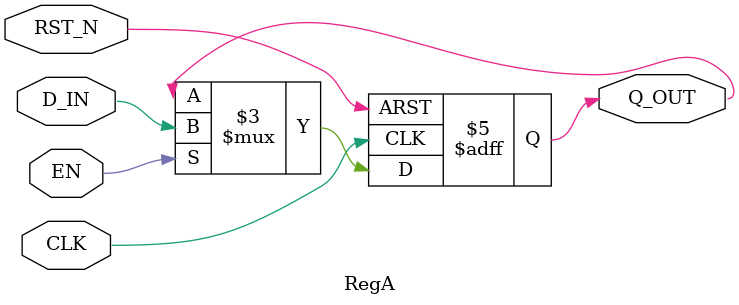
<source format=v>


// Permission is hereby granted, free of charge, to any person obtaining a copy
// of this software and associated documentation files (the "Software"), to deal
// in the Software without restriction, including without limitation the rights
// to use, copy, modify, merge, publish, distribute, sublicense, and/or sell
// copies of the Software, and to permit persons to whom the Software is
// furnished to do so, subject to the following conditions:

// The above copyright notice and this permission notice shall be included in
// all copies or substantial portions of the Software.

// THE SOFTWARE IS PROVIDED "AS IS", WITHOUT WARRANTY OF ANY KIND, EXPRESS OR
// IMPLIED, INCLUDING BUT NOT LIMITED TO THE WARRANTIES OF MERCHANTABILITY,
// FITNESS FOR A PARTICULAR PURPOSE AND NONINFRINGEMENT. IN NO EVENT SHALL THE
// AUTHORS OR COPYRIGHT HOLDERS BE LIABLE FOR ANY CLAIM, DAMAGES OR OTHER
// LIABILITY, WHETHER IN AN ACTION OF CONTRACT, TORT OR OTHERWISE, ARISING FROM,
// OUT OF OR IN CONNECTION WITH THE SOFTWARE OR THE USE OR OTHER DEALINGS IN
// THE SOFTWARE.
//
// $Revision: 17872 $
// $Date: 2009-09-18 14:32:56 +0000 (Fri, 18 Sep 2009) $

`ifdef BSV_ASSIGNMENT_DELAY
`else
`define BSV_ASSIGNMENT_DELAY
`endif

// Standard register with asynchronous reset
module RegA(CLK, RST_N, Q_OUT, D_IN, EN);
   // synopsys template   

   parameter width = 1;
   parameter init = { width {1'b0}} ;

   input     CLK;
   input     RST_N;
   input     EN;
   input [width - 1 : 0] D_IN;
   output [width - 1 : 0] Q_OUT;

   reg [width - 1 : 0]    Q_OUT;

   always@(posedge CLK or negedge RST_N) begin
      if (RST_N == 0)
        Q_OUT <= `BSV_ASSIGNMENT_DELAY init;
      else
        begin
           if (EN)
             Q_OUT <= `BSV_ASSIGNMENT_DELAY D_IN;
        end 
   end // always@ (posedge CLK or negedge RST_N)
   

`ifdef BSV_NO_INITIAL_BLOCKS
`else // not BSV_NO_INITIAL_BLOCKS
   // synopsys translate_off
   initial begin
      Q_OUT = {((width + 1)/2){2'b10}} ;
   end
   // synopsys translate_on
`endif // BSV_NO_INITIAL_BLOCKS

endmodule


</source>
